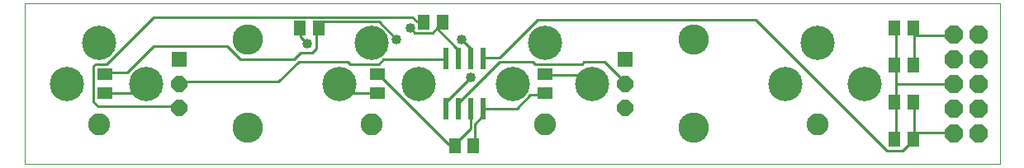
<source format=gbl>
G75*
%MOIN*%
%OFA0B0*%
%FSLAX25Y25*%
%IPPOS*%
%LPD*%
%AMOC8*
5,1,8,0,0,1.08239X$1,22.5*
%
%ADD10C,0.00000*%
%ADD11R,0.05118X0.05906*%
%ADD12R,0.02362X0.08661*%
%ADD13C,0.13843*%
%ADD14C,0.08858*%
%ADD15OC8,0.07400*%
%ADD16R,0.05906X0.05118*%
%ADD17R,0.06496X0.06496*%
%ADD18OC8,0.06496*%
%ADD19C,0.12268*%
%ADD20C,0.01000*%
%ADD21C,0.04000*%
D10*
X0001800Y0003000D02*
X0001800Y0067961D01*
X0395501Y0067961D01*
X0395501Y0003000D01*
X0001800Y0003000D01*
D11*
X0175560Y0010500D03*
X0183040Y0010500D03*
X0353060Y0013000D03*
X0360540Y0013000D03*
X0360540Y0028000D03*
X0353060Y0028000D03*
X0353060Y0043000D03*
X0360540Y0043000D03*
X0360540Y0058000D03*
X0353060Y0058000D03*
X0170540Y0060500D03*
X0163060Y0060500D03*
X0120540Y0058000D03*
X0113060Y0058000D03*
D12*
X0171800Y0045736D03*
X0176800Y0045736D03*
X0181800Y0045736D03*
X0186800Y0045736D03*
X0186800Y0025264D03*
X0181800Y0025264D03*
X0176800Y0025264D03*
X0171800Y0025264D03*
D13*
X0161091Y0035500D03*
X0128808Y0035500D03*
X0198808Y0035500D03*
X0231091Y0035500D03*
X0308808Y0035500D03*
X0341091Y0035500D03*
X0321800Y0052035D03*
X0211800Y0052035D03*
X0141800Y0052035D03*
X0051091Y0035500D03*
X0018808Y0035500D03*
X0031800Y0052035D03*
D14*
X0031800Y0018965D03*
X0141800Y0018965D03*
X0211800Y0018965D03*
X0321800Y0018965D03*
D15*
X0376800Y0015500D03*
X0386800Y0015500D03*
X0386800Y0025500D03*
X0376800Y0025500D03*
X0376800Y0035500D03*
X0386800Y0035500D03*
X0386800Y0045500D03*
X0376800Y0045500D03*
X0376800Y0055500D03*
X0386800Y0055500D03*
D16*
X0211800Y0039240D03*
X0211800Y0031760D03*
X0144300Y0031760D03*
X0144300Y0039240D03*
X0034300Y0039240D03*
X0034300Y0031760D03*
D17*
X0064241Y0045343D03*
X0244241Y0045343D03*
D18*
X0244241Y0035500D03*
X0244241Y0025657D03*
X0064241Y0025657D03*
X0064241Y0035500D03*
D19*
X0091800Y0017783D03*
X0271800Y0017783D03*
X0271800Y0053217D03*
X0091800Y0053217D03*
D20*
X0089100Y0045300D02*
X0083700Y0050700D01*
X0054000Y0050700D01*
X0043200Y0039900D01*
X0035100Y0039900D01*
X0034300Y0039240D01*
X0030600Y0043500D02*
X0029700Y0042600D01*
X0029700Y0028200D01*
X0031500Y0026400D01*
X0063900Y0026400D01*
X0064241Y0025657D01*
X0050400Y0035400D02*
X0046800Y0031800D01*
X0035100Y0031800D01*
X0034300Y0031760D01*
X0050400Y0035400D02*
X0051091Y0035500D01*
X0064241Y0035500D02*
X0064800Y0036300D01*
X0104400Y0036300D01*
X0112500Y0044400D01*
X0132300Y0044400D01*
X0133200Y0043500D01*
X0144900Y0043500D01*
X0146700Y0045300D01*
X0171000Y0045300D01*
X0171800Y0045736D01*
X0176400Y0046200D02*
X0176800Y0045736D01*
X0176400Y0046200D02*
X0176400Y0049800D01*
X0168300Y0057900D01*
X0170540Y0060500D01*
X0170100Y0059700D01*
X0168300Y0057900D01*
X0166500Y0056100D01*
X0159300Y0056100D01*
X0157500Y0057900D01*
X0160200Y0060600D02*
X0158400Y0062400D01*
X0054000Y0062400D01*
X0035100Y0043500D01*
X0030600Y0043500D01*
X0089100Y0045300D02*
X0110700Y0045300D01*
X0113400Y0048000D01*
X0117900Y0048000D01*
X0119700Y0049800D01*
X0119700Y0057900D01*
X0120540Y0058000D01*
X0120600Y0058800D01*
X0122400Y0060600D01*
X0144900Y0060600D01*
X0152100Y0053400D01*
X0178200Y0053400D02*
X0181800Y0049800D01*
X0181800Y0045736D01*
X0186800Y0045736D02*
X0187200Y0046200D01*
X0193500Y0046200D01*
X0208800Y0061500D01*
X0297000Y0061500D01*
X0350100Y0008400D01*
X0356400Y0008400D01*
X0360900Y0012900D01*
X0360540Y0013000D01*
X0360900Y0015600D01*
X0376200Y0015600D01*
X0376800Y0015500D01*
X0360900Y0015600D02*
X0360900Y0013800D01*
X0360540Y0013000D01*
X0353700Y0013800D02*
X0353060Y0013000D01*
X0353700Y0013800D02*
X0353700Y0027300D01*
X0353060Y0028000D01*
X0353700Y0028200D01*
X0353700Y0035400D01*
X0376200Y0035400D01*
X0376800Y0035500D01*
X0353700Y0035400D02*
X0353700Y0042600D01*
X0353060Y0043000D01*
X0353700Y0043500D01*
X0353700Y0057900D01*
X0353060Y0058000D01*
X0360540Y0058000D02*
X0360900Y0055200D01*
X0376200Y0055200D01*
X0376800Y0055500D01*
X0360900Y0055200D02*
X0360900Y0043500D01*
X0360540Y0043000D01*
X0360900Y0055200D02*
X0360900Y0057900D01*
X0360540Y0058000D01*
X0244241Y0035500D02*
X0243900Y0036300D01*
X0235800Y0044400D01*
X0227700Y0044400D01*
X0226800Y0043500D01*
X0207900Y0043500D01*
X0207000Y0044400D01*
X0193500Y0044400D01*
X0177300Y0028200D01*
X0177300Y0025500D01*
X0176800Y0025264D01*
X0171900Y0025500D02*
X0171800Y0025264D01*
X0171900Y0025500D02*
X0171900Y0028200D01*
X0181800Y0038100D01*
X0211800Y0039240D02*
X0212400Y0039000D01*
X0227700Y0039000D01*
X0230400Y0036300D01*
X0231091Y0035500D01*
X0211800Y0031760D02*
X0211500Y0030900D01*
X0206100Y0030900D01*
X0200700Y0025500D01*
X0187200Y0025500D01*
X0186800Y0025264D01*
X0186300Y0024600D01*
X0186300Y0021900D01*
X0183600Y0019200D01*
X0183600Y0011100D01*
X0183040Y0010500D01*
X0181800Y0017400D02*
X0175500Y0011100D01*
X0175560Y0010500D01*
X0175500Y0011100D02*
X0172800Y0011100D01*
X0144900Y0039000D01*
X0144300Y0039240D01*
X0133200Y0031800D02*
X0129600Y0035400D01*
X0128808Y0035500D01*
X0133200Y0031800D02*
X0144000Y0031800D01*
X0144300Y0031760D01*
X0181800Y0025264D02*
X0181800Y0017400D01*
X0360540Y0028000D02*
X0360900Y0027300D01*
X0360900Y0015600D01*
X0116100Y0051600D02*
X0113400Y0054300D01*
X0113400Y0057900D01*
X0113060Y0058000D01*
X0160200Y0060600D02*
X0162900Y0060600D01*
X0163060Y0060500D01*
D21*
X0157500Y0057900D03*
X0152100Y0053400D03*
X0178200Y0053400D03*
X0116100Y0051600D03*
X0181800Y0038100D03*
M02*

</source>
